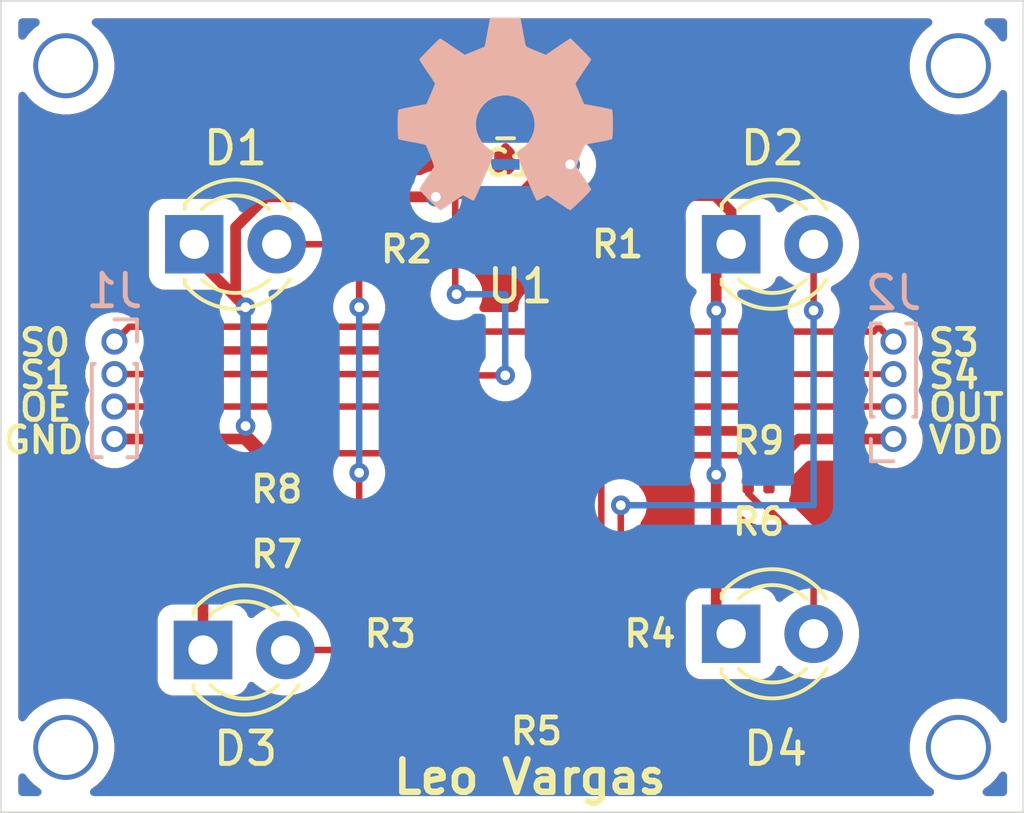
<source format=kicad_pcb>
(kicad_pcb (version 20241229) (generator "pcbnew") (generator_version "9.0")
  (title_block (title "Sensor TCS3200-PCB") (date "30/04/2025") (rev "Ing. Alan C.") (company "Leonardo Vargas Condori"))
  (layers (0 "F.Cu" signal) (2 "B.Cu" signal) (13 "F.Paste" user) (15 "B.Paste" user) (5 "F.SilkS" user "F.Silkscreen") (7 "B.SilkS" user "B.Silkscreen") (1 "F.Mask" user) (3 "B.Mask" user) (25 "Edge.Cuts" user))
  (net 0 "")
  (net 1 "GND")
  (net 2 "Net-(J2-Pin_1)")
  (net 3 "Net-(D1-A)")
  (net 4 "Net-(D2-A)")
  (net 5 "Net-(D3-A)")
  (net 6 "Net-(D4-A)")
  (net 7 "Net-(J1-Pin_1)")
  (net 8 "Net-(J1-Pin_3)")
  (net 9 "Net-(J1-Pin_2)")
  (net 10 "Net-(J2-Pin_2)")
  (net 11 "Net-(J2-Pin_4)")
  (net 12 "Net-(J2-Pin_3)")
  (net 13 "Net-(U1-GND)")
  (net 14 "Net-(U1-OUT)")
  (footprint "TCS3200D:SOIC8" (layer "F.Cu") (at 147.36 100.055)
    (property "Reference" "U1" (at 0.1 -3.30314 0) (layer "F.SilkS") (effects (font (size 1.000346 1.000346))))
    (property "Value" "TCS3200D")
    (pad "1" smd rect (at -2.6 -1.905) (size 2.2 0.6) (layers "F.Cu" "F.Mask" "F.Paste") (net 7 "Net-(J1-Pin_1)"))
    (pad "2" smd rect (at -2.6 -0.635) (size 2.2 0.6) (layers "F.Cu" "F.Mask" "F.Paste") (net 9 "Net-(J1-Pin_2)"))
    (pad "3" smd rect (at -2.6 0.635) (size 2.2 0.6) (layers "F.Cu" "F.Mask" "F.Paste") (net 8 "Net-(J1-Pin_3)"))
    (pad "4" smd rect (at -2.6 1.905) (size 2.2 0.6) (layers "F.Cu" "F.Mask" "F.Paste") (net 13 "Net-(U1-GND)"))
    (pad "5" smd rect (at 2.6 1.905) (size 2.2 0.6) (layers "F.Cu" "F.Mask" "F.Paste") (net 2 "Net-(J2-Pin_1)"))
    (pad "6" smd rect (at 2.6 0.635) (size 2.2 0.6) (layers "F.Cu" "F.Mask" "F.Paste") (net 14 "Net-(U1-OUT)"))
    (pad "7" smd rect (at 2.6 -0.635) (size 2.2 0.6) (layers "F.Cu" "F.Mask" "F.Paste") (net 12 "Net-(J2-Pin_3)"))
    (pad "8" smd rect (at 2.6 -1.905) (size 2.2 0.6) (layers "F.Cu" "F.Mask" "F.Paste") (net 11 "Net-(J2-Pin_4)"))
  )
  (footprint "Resistor_SMD:R_0201_0603Metric" (layer "F.Cu") (at 148.96 95.46 90)
    (property "Reference" "R1" (at 0 1.5 180) (layer "F.SilkS") (effects (font (size 0.8 0.8))))
    (property "Value" "10k")
    (pad "1" smd roundrect (at -0.32 0 90) (size 0.35 0.35) (layers "F.Cu" "F.Mask") (net 2 "Net-(J2-Pin_1)"))
    (pad "2" smd roundrect (at 0.32 0 90) (size 0.35 0.35) (layers "F.Cu" "F.Mask") (net 7 "Net-(J1-Pin_1)"))
  )
  (footprint "Resistor_SMD:R_0201_0603Metric" (layer "F.Cu") (at 149.805 107.46)
    (property "Reference" "R4" (at 1.655 0 0) (layer "F.SilkS") (effects (font (size 0.8 0.8))))
    (property "Value" "330")
    (pad "1" smd roundrect (at -0.32 0) (size 0.3 0.3) (layers "F.Cu" "F.Mask") (net 2 "Net-(J2-Pin_1)"))
    (pad "2" smd roundrect (at 0.32 0) (size 0.3 0.3) (layers "F.Cu" "F.Mask") (net 4 "Net-(D2-A)"))
  )
  (footprint "Resistor_SMD:R_0201_0603Metric" (layer "F.Cu") (at 145.46 95.615 -90)
    (property "Reference" "R2" (at 0 1.5 180) (layer "F.SilkS") (effects (font (size 0.8 0.8))))
    (property "Value" "10k")
    (pad "1" smd roundrect (at -0.32 0 270) (size 0.35 0.35) (layers "F.Cu" "F.Mask") (net 2 "Net-(J2-Pin_1)"))
    (pad "2" smd roundrect (at 0.32 0 270) (size 0.35 0.35) (layers "F.Cu" "F.Mask") (net 9 "Net-(J1-Pin_2)"))
  )
  (footprint "LED_THT:LED_D3.0mm_Clear" (layer "F.Cu") (at 137.42 95.46)
    (property "Reference" "D1" (at 1.27 -2.96 0) (layer "F.SilkS"))
    (property "Value" "D")
    (fp_line (start -0.29 -1.236) (end -0.29 -1.08) (stroke (width 0.12)) (layer "F.SilkS"))
    (fp_line (start -0.29 1.08) (end -0.29 1.236) (stroke (width 0.12)) (layer "F.SilkS"))
    (fp_arc (start -0.29 -1.235516) (mid 1.365624 -1.987701) (end 2.941397 -1.080061) (stroke (width 0.12)) (layer "F.SilkS"))
    (fp_arc (start 0.229039 -1.08) (mid 1.269964 -1.5) (end 2.31091 -1.080049) (stroke (width 0.12)) (layer "F.SilkS"))
    (fp_arc (start 2.31091 1.080049) (mid 1.269964 1.5) (end 0.229039 1.08) (stroke (width 0.12)) (layer "F.SilkS"))
    (fp_arc (start 2.941397 1.080061) (mid 1.365624 1.987701) (end -0.29 1.235516) (stroke (width 0.12)) (layer "F.SilkS"))
    (pad "1" thru_hole rect (at 0 0) (size 1.8 1.8) (drill 0.9) (layers "*.Cu" "*.Mask") (net 1 "GND"))
    (pad "2" thru_hole circle (at 2.54 0) (size 1.8 1.8) (drill 0.9) (layers "*.Cu" "*.Mask") (net 3 "Net-(D1-A)"))
  )
  (footprint "Resistor_SMD:R_0201_0603Metric" (layer "F.Cu") (at 154.805 100.46 180)
    (property "Reference" "R9" (at 0 -1.05 0) (layer "F.SilkS") (effects (font (size 0.8 0.8))))
    (property "Value" "1k")
    (pad "1" smd roundrect (at -0.32 0 180) (size 0.35 0.35) (layers "F.Cu" "F.Mask") (net 10 "Net-(J2-Pin_2)"))
    (pad "2" smd roundrect (at 0.32 0 180) (size 0.35 0.35) (layers "F.Cu" "F.Mask") (net 14 "Net-(U1-OUT)"))
  )
  (footprint "Resistor_SMD:R_0201_0603Metric" (layer "F.Cu") (at 139.96 101.96 180)
    (property "Reference" "R8" (at 0 -1.05 0) (layer "F.SilkS") (effects (font (size 0.8 0.8))))
    (property "Value" "0")
    (pad "1" smd roundrect (at -0.32 0 180) (size 0.35 0.35) (layers "F.Cu" "F.Mask") (net 13 "Net-(U1-GND)"))
    (pad "2" smd roundrect (at 0.32 0 180) (size 0.35 0.35) (layers "F.Cu" "F.Mask") (net 1 "GND"))
  )
  (footprint "Capacitor_SMD:C_0201_0603Metric" (layer "F.Cu") (at 147.115 93.96)
    (property "Reference" "C1" (at 0 -1 0) (layer "F.SilkS") (effects (font (size 0.8 0.8))))
    (property "Value" "100nF")
    (pad "1" smd roundrect (at -0.32 0) (size 0.35 0.35) (layers "F.Cu" "F.Mask") (net 2 "Net-(J2-Pin_1)"))
    (pad "2" smd roundrect (at 0.32 0) (size 0.35 0.35) (layers "F.Cu" "F.Mask") (net 1 "GND"))
  )
  (footprint "Resistor_SMD:R_0201_0603Metric" (layer "F.Cu") (at 154.805 102.96 180)
    (property "Reference" "R6" (at 0 -1.05 0) (layer "F.SilkS") (effects (font (size 0.8 0.8))))
    (property "Value" "330")
    (pad "1" smd roundrect (at -0.32 0 180) (size 0.35 0.35) (layers "F.Cu" "F.Mask") (net 2 "Net-(J2-Pin_1)"))
    (pad "2" smd roundrect (at 0.32 0 180) (size 0.35 0.35) (layers "F.Cu" "F.Mask") (net 6 "Net-(D4-A)"))
  )
  (footprint "Resistor_SMD:R_0201_0603Metric" (layer "F.Cu") (at 139.96 103.96 180)
    (property "Reference" "R7" (at 0 -1.05 0) (layer "F.SilkS") (effects (font (size 0.8 0.8))))
    (property "Value" "0")
    (pad "1" smd roundrect (at -0.32 0 180) (size 0.35 0.35) (layers "F.Cu" "F.Mask") (net 1 "GND"))
    (pad "2" smd roundrect (at 0.32 0 180) (size 0.35 0.35) (layers "F.Cu" "F.Mask") (net 1 "GND"))
  )
  (footprint "LED_THT:LED_D3.0mm_Clear" (layer "F.Cu") (at 153.96 95.46)
    (property "Reference" "D2" (at 1.27 -2.96 0) (layer "F.SilkS"))
    (property "Value" "D")
    (fp_line (start -0.29 -1.236) (end -0.29 -1.08) (stroke (width 0.12)) (layer "F.SilkS"))
    (fp_line (start -0.29 1.08) (end -0.29 1.236) (stroke (width 0.12)) (layer "F.SilkS"))
    (fp_arc (start -0.29 -1.235516) (mid 1.365624 -1.987701) (end 2.941397 -1.080061) (stroke (width 0.12)) (layer "F.SilkS"))
    (fp_arc (start 0.229039 -1.08) (mid 1.269964 -1.5) (end 2.31091 -1.080049) (stroke (width 0.12)) (layer "F.SilkS"))
    (fp_arc (start 2.31091 1.080049) (mid 1.269964 1.5) (end 0.229039 1.08) (stroke (width 0.12)) (layer "F.SilkS"))
    (fp_arc (start 2.941397 1.080061) (mid 1.365624 1.987701) (end -0.29 1.235516) (stroke (width 0.12)) (layer "F.SilkS"))
    (pad "1" thru_hole rect (at 0 0) (size 1.8 1.8) (drill 0.9) (layers "*.Cu" "*.Mask") (net 1 "GND"))
    (pad "2" thru_hole circle (at 2.54 0) (size 1.8 1.8) (drill 0.9) (layers "*.Cu" "*.Mask") (net 4 "Net-(D2-A)"))
  )
  (footprint "Capacitor_SMD:C_0805_2012Metric" (layer "F.Cu") (at 147.01 91.46)
    (property "Reference" "C2" (at 0 -1.68 0) (layer "F.SilkS") (effects (font (size 0.8 0.8))))
    (property "Value" "10uF")
    (fp_line (start -0.261252 -0.735) (end 0.261252 -0.735) (stroke (width 0.12)) (layer "F.SilkS"))
    (fp_line (start -0.261252 0.735) (end 0.261252 0.735) (stroke (width 0.12)) (layer "F.SilkS"))
    (pad "1" smd roundrect (at -0.95 0) (size 1 1.45) (layers "F.Cu" "F.Mask" "F.Paste") (net 2 "Net-(J2-Pin_1)"))
    (pad "2" smd roundrect (at 0.95 0) (size 1 1.45) (layers "F.Cu" "F.Mask" "F.Paste") (net 1 "GND"))
  )
  (footprint "Resistor_SMD:R_0201_0603Metric" (layer "F.Cu") (at 147.96 108.96 180)
    (property "Reference" "R5" (at 0 -1.5 0) (layer "F.SilkS") (effects (font (size 0.8 0.8))))
    (property "Value" "330")
    (pad "1" smd roundrect (at -0.32 0 180) (size 0.35 0.35) (layers "F.Cu" "F.Mask") (net 2 "Net-(J2-Pin_1)"))
    (pad "2" smd roundrect (at 0.32 0 180) (size 0.35 0.35) (layers "F.Cu" "F.Mask") (net 5 "Net-(D3-A)"))
  )
  (footprint "Resistor_SMD:R_0201_0603Metric" (layer "F.Cu") (at 145.115 107.46)
    (property "Reference" "R3" (at -1.655 0 0) (layer "F.SilkS") (effects (font (size 0.8 0.8))))
    (property "Value" "330")
    (pad "1" smd roundrect (at -0.32 0) (size 0.35 0.35) (layers "F.Cu" "F.Mask") (net 2 "Net-(J2-Pin_1)"))
    (pad "2" smd roundrect (at 0.32 0) (size 0.35 0.35) (layers "F.Cu" "F.Mask") (net 3 "Net-(D1-A)"))
  )
  (footprint "LED_THT:LED_D3.0mm_Clear" (layer "F.Cu") (at 153.96 107.46)
    (property "Reference" "D4" (at 1.365624 3.54 0) (layer "F.SilkS"))
    (property "Value" "D")
    (fp_line (start -0.29 -1.236) (end -0.29 -1.08) (stroke (width 0.12)) (layer "F.SilkS"))
    (fp_line (start -0.29 1.08) (end -0.29 1.236) (stroke (width 0.12)) (layer "F.SilkS"))
    (fp_arc (start -0.29 -1.235516) (mid 1.365624 -1.987701) (end 2.941397 -1.080061) (stroke (width 0.12)) (layer "F.SilkS"))
    (fp_arc (start 0.229039 -1.08) (mid 1.269964 -1.5) (end 2.31091 -1.080049) (stroke (width 0.12)) (layer "F.SilkS"))
    (fp_arc (start 2.31091 1.080049) (mid 1.269964 1.5) (end 0.229039 1.08) (stroke (width 0.12)) (layer "F.SilkS"))
    (fp_arc (start 2.941397 1.080061) (mid 1.365624 1.987701) (end -0.29 1.235516) (stroke (width 0.12)) (layer "F.SilkS"))
    (pad "1" thru_hole rect (at 0 0) (size 1.8 1.8) (drill 0.9) (layers "*.Cu" "*.Mask") (net 1 "GND"))
    (pad "2" thru_hole circle (at 2.54 0) (size 1.8 1.8) (drill 0.9) (layers "*.Cu" "*.Mask") (net 6 "Net-(D4-A)"))
  )
  (footprint "LED_THT:LED_D3.0mm_Clear" (layer "F.Cu") (at 137.69 107.96)
    (property "Reference" "D3" (at 1.31 3.04 0) (layer "F.SilkS"))
    (property "Value" "D")
    (fp_line (start -0.29 -1.236) (end -0.29 -1.08) (stroke (width 0.12)) (layer "F.SilkS"))
    (fp_line (start -0.29 1.08) (end -0.29 1.236) (stroke (width 0.12)) (layer "F.SilkS"))
    (fp_arc (start -0.29 -1.235516) (mid 1.365624 -1.987701) (end 2.941397 -1.080061) (stroke (width 0.12)) (layer "F.SilkS"))
    (fp_arc (start 0.229039 -1.08) (mid 1.269964 -1.5) (end 2.31091 -1.080049) (stroke (width 0.12)) (layer "F.SilkS"))
    (fp_arc (start 2.31091 1.080049) (mid 1.269964 1.5) (end 0.229039 1.08) (stroke (width 0.12)) (layer "F.SilkS"))
    (fp_arc (start 2.941397 1.080061) (mid 1.365624 1.987701) (end -0.29 1.235516) (stroke (width 0.12)) (layer "F.SilkS"))
    (pad "1" thru_hole rect (at 0 0) (size 1.8 1.8) (drill 0.9) (layers "*.Cu" "*.Mask") (net 1 "GND"))
    (pad "2" thru_hole circle (at 2.54 0) (size 1.8 1.8) (drill 0.9) (layers "*.Cu" "*.Mask") (net 5 "Net-(D3-A)"))
  )
  (footprint "Symbol:OSHW-Symbol_6.7x6mm_SilkScreen" (layer "B.Cu") (at 147.01 91.46 180)
    (property "Reference" "REF**" (hide yes))
    (property "Value" "OSHW-Symbol_6.7x6mm_SilkScreen" (hide yes))
    (fp_poly (pts (xy 0.555814 2.531069) (xy 0.639635 2.086445) (xy 0.94892 1.958947) (xy 1.258206 1.831449) (xy 1.629246 2.083754) (xy 1.733157 2.154004) (xy 1.827087 2.216728) (xy 1.906652 2.269062) (xy 1.96747 2.308143) (xy 2.005157 2.331107) (xy 2.015421 2.336058) (xy 2.03391 2.323324) (xy 2.07342 2.288118) (xy 2.129522 2.234938) (xy 2.197787 2.168282) (xy 2.273786 2.092646) (xy 2.353092 2.012528) (xy 2.431275 1.932426) (xy 2.503907 1.856836) (xy 2.566559 1.790255) (xy 2.614803 1.737182) (xy 2.64421 1.702113) (xy 2.651241 1.690377) (xy 2.641123 1.66874) (xy 2.612759 1.621338) (xy 2.569129 1.552807) (xy 2.513218 1.467785) (xy 2.448006 1.370907) (xy 2.410219 1.31565) (xy 2.341343 1.214752) (xy 2.28014 1.123701) (xy 2.229578 1.04703) (xy 2.192628 0.989272) (xy 2.172258 0.954957) (xy 2.169197 0.947746) (xy 2.176136 0.927252) (xy 2.195051 0.879487) (xy 2.223087 0.811168) (xy 2.257391 0.729011) (xy 2.295109 0.63973) (xy 2.333387 0.550042) (xy 2.36937 0.466662) (xy 2.400206 0.396306) (xy 2.423039 0.34569) (xy 2.435017 0.321529) (xy 2.435724 0.320578) (xy 2.454531 0.315964) (xy 2.504618 0.305672) (xy 2.580793 0.290713) (xy 2.677865 0.272099) (xy 2.790643 0.250841) (xy 2.856442 0.238582) (xy 2.97695 0.215638) (xy 3.085797 0.193805) (xy 3.177476 0.174278) (xy 3.246481 0.158252) (xy 3.287304 0.146921) (xy 3.295511 0.143326) (xy 3.303548 0.118994) (xy 3.310033 0.064041) (xy 3.31497 -0.015108) (xy 3.318364 -0.112026) (xy 3.320218 -0.220287) (xy 3.320538 -0.333465) (xy 3.319327 -0.445135) (xy 3.31659 -0.548868) (xy 3.312331 -0.638241) (xy 3.306555 -0.706826) (xy 3.299267 -0.748197) (xy 3.294895 -0.75681) (xy 3.268764 -0.767133) (xy 3.213393 -0.781892) (xy 3.136107 -0.799352) (xy 3.04423 -0.81778) (xy 3.012158 -0.823741) (xy 2.857524 -0.852066) (xy 2.735375 -0.874876) (xy 2.641673 -0.89308) (xy 2.572384 -0.907583) (xy 2.523471 -0.919292) (xy 2.490897 -0.929115) (xy 2.470628 -0.937956) (xy 2.458626 -0.946724) (xy 2.456947 -0.948457) (xy 2.440184 -0.976371) (xy 2.414614 -1.030695) (xy 2.382788 -1.104777) (xy 2.34726 -1.191965) (xy 2.310583 -1.285608) (xy 2.275311 -1.379052) (xy 2.243996 -1.465647) (xy 2.219193 -1.53874) (xy 2.203454 -1.591678) (xy 2.199332 -1.617811) (xy 2.199676 -1.618726) (xy 2.213641 -1.640086) (xy 2.245322 -1.687084) (xy 2.291391 -1.754827) (xy 2.348518 -1.838423) (xy 2.413373 -1.932982) (xy 2.431843 -1.959854) (xy 2.497699 -2.057275) (xy 2.55565 -2.146163) (xy 2.602538 -2.221412) (xy 2.635207 -2.27792) (xy 2.6505 -2.310581) (xy 2.651241 -2.314593) (xy 2.638392 -2.335684) (xy 2.602888 -2.377464) (xy 2.549293 -2.435445) (xy 2.482171 -2.505135) (xy 2.406087 -2.582045) (xy 2.325604 -2.661683) (xy 2.245287 -2.739561) (xy 2.169699 -2.811186) (xy 2.103405 -2.87207) (xy 2.050969 -2.917721) (xy 2.016955 -2.94365) (xy 2.007545 -2.947883) (xy 1.985643 -2.937912) (xy 1.9408 -2.91102) (xy 1.880321 -2.871736) (xy 1.833789 -2.840117) (xy 1.749475 -2.782098) (xy 1.649626 -2.713784) (xy 1.549473 -2.645579) (xy 1.495627 -2.609075) (xy 1.313371 -2.4858) (xy 1.160381 -2.56852) (xy 1.090682 -2.604759) (xy 1.031414 -2.632926) (xy 0.991311 -2.648991) (xy 0.981103 -2.651226) (xy 0.968829 -2.634722) (xy 0.944613 -2.588082) (xy 0.910263 -2.515609) (xy 0.867588 -2.421606) (xy 0.818394 -2.310374) (xy 0.76449 -2.186215) (xy 0.707684 -2.053432) (xy 0.649782 -1.916327) (xy 0.592593 -1.779202) (xy 0.537924 -1.646358) (xy 0.487584 -1.522098) (xy 0.44338 -1.410725) (xy 0.407119 -1.316539) (xy 0.380609 -1.243844) (xy 0.365658 -1.196941) (xy 0.363254 -1.180833) (xy 0.382311 -1.160286) (xy 0.424036 -1.126933) (xy 0.479706 -1.087702) (xy 0.484378 -1.084599) (xy 0.628264 -0.969423) (xy 0.744283 -0.835053) (xy 0.83143 -0.685784) (xy 0.888699 -0.525913) (xy 0.915086 -0.359737) (xy 0.909585 -0.191552) (xy 0.87119 -0.025655) (xy 0.798895 0.133658) (xy 0.777626 0.168513) (xy 0.666996 0.309263) (xy 0.536302 0.422286) (xy 0.390064 0.506997) (xy 0.232808 0.562806) (xy 0.069057 0.589126) (xy -0.096667 0.58537) (xy -0.259838 0.55095) (xy -0.415935 0.485277) (xy -0.560433 0.387765) (xy -0.605131 0.348187) (xy -0.718888 0.224297) (xy -0.801782 0.093876) (xy -0.858644 -0.052315) (xy -0.890313 -0.197088) (xy -0.898131 -0.35986) (xy -0.872062 -0.52344) (xy -0.814755 -0.682298) (xy -0.728856 -0.830906) (xy -0.617014 -0.963735) (xy -0.481877 -1.075256) (xy -0.464117 -1.087011) (xy -0.40785 -1.125508) (xy -0.365077 -1.158863) (xy -0.344628 -1.18016) (xy -0.344331 -1.180833) (xy -0.348721 -1.203871) (xy -0.366124 -1.256157) (xy -0.394732 -1.33339) (xy -0.432735 -1.431268) (xy -0.478326 -1.545491) (xy -0.529697 -1.671758) (xy -0.585038 -1.805767) (xy -0.642542 -1.943218) (xy -0.700399 -2.079808) (xy -0.756802 -2.211237) (xy -0.809942 -2.333205) (xy -0.85801 -2.441409) (xy -0.899199 -2.531549) (xy -0.931699 -2.599323) (xy -0.953703 -2.64043) (xy -0.962564 -2.651226) (xy -0.98964 -2.642819) (xy -1.040303 -2.620272) (xy -1.105817 -2.587613) (xy -1.141841 -2.56852) (xy -1.294832 -2.4858) (xy -1.477088 -2.609075) (xy -1.570125 -2.672228) (xy -1.671985 -2.741727) (xy -1.767438 -2.807165) (xy -1.81525 -2.840117) (xy -1.882495 -2.885273) (xy -1.939436 -2.921057) (xy -1.978646 -2.942938) (xy -1.991381 -2.947563) (xy -2.009917 -2.935085) (xy -2.050941 -2.900252) (xy -2.110475 -2.846678) (xy -2.184542 -2.777983) (xy -2.269165 -2.697781) (xy -2.322685 -2.646286) (xy -2.416319 -2.554286) (xy -2.497241 -2.471999) (xy -2.562177 -2.402945) (xy -2.607858 -2.350644) (xy -2.631011 -2.318616) (xy -2.633232 -2.312116) (xy -2.622924 -2.287394) (xy -2.594439 -2.237405) (xy -2.550937 -2.167212) (xy -2.495577 -2.081875) (xy -2.43152 -1.986456) (xy -2.413303 -1.959854) (xy -2.346927 -1.863167) (xy -2.287378 -1.776117) (xy -2.237984 -1.703595) (xy -2.202075 -1.650493) (xy -2.182981 -1.621703) (xy -2.181136 -1.618726) (xy -2.183895 -1.595782) (xy -2.198538 -1.545336) (xy -2.222513 -1.474041) (xy -2.253266 -1.388547) (xy -2.288244 -1.295507) (xy -2.324893 -1.201574) (xy -2.360661 -1.113399) (xy -2.392994 -1.037634) (xy -2.419338 -0.980931) (xy -2.437142 -0.949943) (xy -2.438407 -0.948457) (xy -2.449294 -0.939601) (xy -2.467682 -0.930843) (xy -2.497606 -0.921277) (xy -2.543103 -0.909996) (xy -2.608209 -0.896093) (xy -2.696961 -0.878663) (xy -2.813393 -0.856798) (xy -2.961542 -0.829591) (xy -2.993618 -0.823741) (xy -3.088686 -0.805374) (xy -3.171565 -0.787405) (xy -3.23493 -0.771569) (xy -3.271458 -0.7596) (xy -3.276356 -0.75681) (xy -3.284427 -0.732072) (xy -3.290987 -0.67679) (xy -3.296033 -0.597389) (xy -3.299559 -0.500296) (xy -3.301561 -0.391938) (xy -3.302036 -0.27874) (xy -3.300977 -0.167128) (xy -3.298382 -0.063529) (xy -3.294246 0.025632) (xy -3.288563 0.093928) (xy -3.281331 0.134934) (xy -3.276971 0.143326) (xy -3.252698 0.151792) (xy -3.197426 0.165565) (xy -3.116662 0.18345) (xy -3.015912 0.204252) (xy -2.900683 0.226777) (xy -2.837902 0.238582) (xy -2.718787 0.260849) (xy -2.612565 0.281021) (xy -2.524427 0.298085) (xy -2.459566 0.311031) (xy -2.423174 0.318845) (xy -2.417184 0.320578) (xy -2.407061 0.34011) (xy -2.385662 0.387157) (xy -2.355839 0.454997) (xy -2.320445 0.536909) (xy -2.282332 0.626172) (xy -2.244353 0.716065) (xy -2.20936 0.799865) (xy -2.180206 0.870853) (xy -2.159743 0.922306) (xy -2.150823 0.947503) (xy -2.150657 0.948604) (xy -2.160769 0.968481) (xy -2.189117 1.014223) (xy -2.232723 1.081283) (xy -2.288606 1.165116) (xy -2.353787 1.261174) (xy -2.391679 1.31635) (xy -2.460725 1.417519) (xy -2.52205 1.50937) (xy -2.572663 1.587256) (xy -2.609571 1.646531) (xy -2.629782 1.682549) (xy -2.632701 1.690623) (xy -2.620153 1.709416) (xy -2.585463 1.749543) (xy -2.533063 1.806507) (xy -2.467384 1.875815) (xy -2.392856 1.952969) (xy -2.313913 2.033475) (xy -2.234983 2.112837) (xy -2.1605 2.18656) (xy -2.094894 2.250148) (xy -2.042596 2.299106) (xy -2.008039 2.328939) (xy -1.996478 2.336058) (xy -1.977654 2.326047) (xy -1.932631 2.297922) (xy -1.865787 2.254546) (xy -1.781499 2.198782) (xy -1.684144 2.133494) (xy -1.610707 2.083754) (xy -1.239667 1.831449) (xy -0.621095 2.086445) (xy -0.537275 2.531069) (xy -0.453454 2.975693) (xy 0.471994 2.975693) (xy 0.555814 2.531069)) (stroke (width 0.01)) (fill yes) (layer "B.SilkS"))
  )
  (footprint "Connector_PinHeader_1.00mm:PinHeader_1x04_P1.00mm_Vertical" (layer "B.Cu") (at 158.96 101.46)
    (property "Reference" "J2" (at 0 -4.5 0) (layer "B.SilkS") (effects (justify mirror)))
    (property "Value" "Conn_01x04_Pin" (hide yes))
    (fp_line (start -0.695 -3.56) (end -0.394493 -3.56) (stroke (width 0.12)) (layer "B.SilkS"))
    (fp_line (start -0.695 -0.685) (end -0.695 -3.56) (stroke (width 0.12)) (layer "B.SilkS"))
    (fp_line (start -0.695 -0.685) (end -0.608276 -0.685) (stroke (width 0.12)) (layer "B.SilkS"))
    (fp_line (start -0.695 0) (end -0.695 0.685) (stroke (width 0.12)) (layer "B.SilkS"))
    (fp_line (start -0.695 0.685) (end 0 0.685) (stroke (width 0.12)) (layer "B.SilkS"))
    (fp_line (start 0.394493 -3.56) (end 0.695 -3.56) (stroke (width 0.12)) (layer "B.SilkS"))
    (fp_line (start 0.608276 -0.685) (end 0.695 -0.685) (stroke (width 0.12)) (layer "B.SilkS"))
    (fp_line (start 0.695 -0.685) (end 0.695 -3.56) (stroke (width 0.12)) (layer "B.SilkS"))
    (pad "1" thru_hole circle (at 0 0) (size 0.8 0.8) (drill 0.5) (layers "*.Cu" "*.Mask") (net 2 "Net-(J2-Pin_1)"))
    (pad "2" thru_hole circle (at 0 -1) (size 0.8 0.8) (drill 0.5) (layers "*.Cu" "*.Mask") (net 10 "Net-(J2-Pin_2)"))
    (pad "3" thru_hole circle (at 0 -2) (size 0.8 0.8) (drill 0.5) (layers "*.Cu" "*.Mask") (net 12 "Net-(J2-Pin_3)"))
    (pad "4" thru_hole circle (at 0 -3) (size 0.8 0.8) (drill 0.5) (layers "*.Cu" "*.Mask") (net 11 "Net-(J2-Pin_4)"))
  )
  (footprint "Connector_PinHeader_1.00mm:PinHeader_1x04_P1.00mm_Vertical" (layer "B.Cu") (at 134.96 98.46 180)
    (property "Reference" "J1" (at 0 1.56 0) (layer "B.SilkS") (effects (justify mirror)))
    (property "Value" "Conn_01x04_Pin" (hide yes))
    (fp_line (start 0.695 -0.685) (end 0.695 -3.56) (stroke (width 0.12)) (layer "B.SilkS"))
    (fp_line (start 0.608276 -0.685) (end 0.695 -0.685) (stroke (width 0.12)) (layer "B.SilkS"))
    (fp_line (start 0.394493 -3.56) (end 0.695 -3.56) (stroke (width 0.12)) (layer "B.SilkS"))
    (fp_line (start -0.695 0.685) (end 0 0.685) (stroke (width 0.12)) (layer "B.SilkS"))
    (fp_line (start -0.695 0) (end -0.695 0.685) (stroke (width 0.12)) (layer "B.SilkS"))
    (fp_line (start -0.695 -0.685) (end -0.608276 -0.685) (stroke (width 0.12)) (layer "B.SilkS"))
    (fp_line (start -0.695 -0.685) (end -0.695 -3.56) (stroke (width 0.12)) (layer "B.SilkS"))
    (fp_line (start -0.695 -3.56) (end -0.394493 -3.56) (stroke (width 0.12)) (layer "B.SilkS"))
    (pad "1" thru_hole circle (at 0 0 180) (size 0.8 0.8) (drill 0.5) (layers "*.Cu" "*.Mask") (net 7 "Net-(J1-Pin_1)"))
    (pad "2" thru_hole circle (at 0 -1 180) (size 0.8 0.8) (drill 0.5) (layers "*.Cu" "*.Mask") (net 9 "Net-(J1-Pin_2)"))
    (pad "3" thru_hole circle (at 0 -2 180) (size 0.8 0.8) (drill 0.5) (layers "*.Cu" "*.Mask") (net 8 "Net-(J1-Pin_3)"))
    (pad "4" thru_hole circle (at 0 -3 180) (size 0.8 0.8) (drill 0.5) (layers "*.Cu" "*.Mask") (net 1 "GND"))
  )
  (gr_rect (start 131.46 87.96) (end 162.96 112.96) (stroke (width 0.05)) (fill no) (layer "Edge.Cuts"))
  (gr_text "GND" (at 131.46 101.96 0) (layer "F.SilkS") (effects (font (size 0.8 0.8) (thickness 0.15) (bold yes)) (justify left bottom)))
  (gr_text "S4" (at 159.96 99.96 0) (layer "F.SilkS") (effects (font (size 0.8 0.8) (thickness 0.15) (bold yes)) (justify left bottom)))
  (gr_text "OE" (at 131.96 100.96 0) (layer "F.SilkS") (effects (font (size 0.8 0.8) (thickness 0.15) (bold yes)) (justify left bottom)))
  (gr_text "Leo Vargas" (at 143.46 112.46 0) (layer "F.SilkS") (effects (font (size 1 1) (thickness 0.2) (bold yes)) (justify left bottom)))
  (gr_text "S0\n" (at 131.96 98.96 0) (layer "F.SilkS") (effects (font (size 0.8 0.8) (thickness 0.15) (bold yes)) (justify left bottom)))
  (gr_text "S1" (at 131.96 99.96 0) (layer "F.SilkS") (effects (font (size 0.8 0.8) (thickness 0.15) (bold yes)) (justify left bottom)))
  (gr_text "S3" (at 159.96 98.96 0) (layer "F.SilkS") (effects (font (size 0.8 0.8) (thickness 0.15) (bold yes)) (justify left bottom)))
  (gr_text "OUT" (at 159.96 100.96 0) (layer "F.SilkS") (effects (font (size 0.8 0.8) (thickness 0.15) (bold yes)) (justify left bottom)))
  (gr_text "VDD" (at 159.96 101.96 0) (layer "F.SilkS") (effects (font (size 0.8 0.8) (thickness 0.15) (bold yes)) (justify left bottom)))
  (via (at 133.46 110.96) (size 2) (drill 1.7) (layers "F.Cu" "B.Cu") (net 0))
  (via (at 160.96 110.96) (size 2) (drill 1.7) (layers "F.Cu" "B.Cu") (net 0))
  (via (at 160.96 89.96) (size 2) (drill 1.7) (layers "F.Cu" "B.Cu") (net 0))
  (via (at 133.46 89.96) (size 2) (drill 1.7) (layers "F.Cu" "B.Cu") (net 0))
  (segment (start 138.694 94.935605) (end 139.630803 93.998802) (width 0.33) (layer "F.Cu") (net 1))
  (segment (start 153.96 94.46) (end 153.46 93.96) (width 0.33) (layer "F.Cu") (net 1))
  (segment (start 149 93) (end 149 93.96) (width 0.33) (layer "F.Cu") (net 1))
  (segment (start 139 97.4) (end 138.694 97.094) (width 0.33) (layer "F.Cu") (net 1))
  (segment (start 139.64 103.96) (end 139.04 103.96) (width 0.33) (layer "F.Cu") (net 1))
  (segment (start 139 101.32) (end 139.64 101.96) (width 0.33) (layer "F.Cu") (net 1))
  (segment (start 153.96 95.46) (end 153.96 94.96) (width 0.4) (layer "F.Cu") (net 1))
  (segment (start 153.5 97.5) (end 153.5 95.92) (width 0.33) (layer "F.Cu") (net 1))
  (segment (start 153.5 107) (end 153.5 102.56) (width 0.33) (layer "F.Cu") (net 1))
  (segment (start 147.96 93.435) (end 147.435 93.96) (width 0.33) (layer "F.Cu") (net 1))
  (segment (start 138.96 101.46) (end 139.46 101.96) (width 0.33) (layer "F.Cu") (net 1))
  (segment (start 137.42 95.46) (end 137.42 95.82) (width 0.33) (layer "F.Cu") (net 1))
  (segment (start 153.5 95.92) (end 153.96 95.46) (width 0.33) (layer "F.Cu") (net 1))
  (segment (start 153.46 93.96) (end 149 93.96) (width 0.33) (layer "F.Cu") (net 1))
  (segment (start 139.64 101.96) (end 139.64 103.96) (width 0.33) (layer "F.Cu") (net 1))
  (segment (start 139.630803 93.998802) (end 144.861416 93.998802) (width 0.33) (layer "F.Cu") (net 1))
  (segment (start 147.96 91.46) (end 147.96 93.435) (width 0.33) (layer "F.Cu") (net 1))
  (segment (start 153.96 95.46) (end 153.96 94.46) (width 0.33) (layer "F.Cu") (net 1))
  (segment (start 139 101.06) (end 139 101.32) (width 0.33) (layer "F.Cu") (net 1))
  (segment (start 137.69 105.31) (end 137.69 107.96) (width 0.33) (layer "F.Cu") (net 1))
  (segment (start 139.04 103.96) (end 137.69 105.31) (width 0.33) (layer "F.Cu") (net 1))
  (segment (start 140.28 103.96) (end 139.64 103.96) (width 0.33) (layer "F.Cu") (net 1))
  (segment (start 134.96 101.46) (end 138.96 101.46) (width 0.33) (layer "F.Cu") (net 1))
  (segment (start 139.46 101.96) (end 139.64 101.96) (width 0.33) (layer "F.Cu") (net 1))
  (segment (start 138.694 97.094) (end 138.694 94.935605) (width 0.33) (layer "F.Cu") (net 1))
  (segment (start 149 93.96) (end 147.435 93.96) (width 0.33) (layer "F.Cu") (net 1))
  (segment (start 137.42 95.82) (end 139 97.4) (width 0.33) (layer "F.Cu") (net 1))
  (segment (start 153.96 107.46) (end 153.5 107) (width 0.33) (layer "F.Cu") (net 1))
  (segment (start 137.69 107.96) (end 137.69 107.23) (width 0.4) (layer "F.Cu") (net 1))
  (via (at 153.5 102.56) (size 0.6) (drill 0.3) (layers "F.Cu" "B.Cu") (net 1))
  (via (at 144.861416 93.998802) (size 0.6) (drill 0.3) (layers "F.Cu" "B.Cu") (net 1))
  (via (at 149 93) (size 0.6) (drill 0.3) (layers "F.Cu" "B.Cu") (net 1))
  (via (at 139 101.06) (size 0.6) (drill 0.3) (layers "F.Cu" "B.Cu") (net 1))
  (via (at 153.5 97.5) (size 0.6) (drill 0.3) (layers "F.Cu" "B.Cu") (net 1))
  (via (at 139 97.4) (size 0.6) (drill 0.3) (layers "F.Cu" "B.Cu") (net 1))
  (segment (start 139 97.4) (end 139 101.06) (width 0.33) (layer "B.Cu") (net 1))
  (segment (start 153.5 102.56) (end 153.5 97.5) (width 0.33) (layer "B.Cu") (net 1))
  (segment (start 144.861416 93.998802) (end 144.861416 93.638584) (width 0.33) (layer "B.Cu") (net 1))
  (segment (start 144.861416 93.638584) (end 145.5 93) (width 0.33) (layer "B.Cu") (net 1))
  (segment (start 145.5 93) (end 149 93) (width 0.33) (layer "B.Cu") (net 1))
  (segment (start 149.485 107.015) (end 149.96 106.54) (width 0.2) (layer "F.Cu") (net 2))
  (segment (start 146.795 93.96) (end 146 93.96) (width 0.2) (layer "F.Cu") (net 2))
  (segment (start 155.125 102.375) (end 155.125 102.96) (width 0.33) (layer "F.Cu") (net 2))
  (segment (start 149.96 106.54) (end 149.96 101.96) (width 0.2) (layer "F.Cu") (net 2))
  (segment (start 158.96 101.46) (end 156.04 101.46) (width 0.33) (layer "F.Cu") (net 2))
  (segment (start 147 94.5) (end 146.795 94.295) (width 0.2) (layer "F.Cu") (net 2))
  (segment (start 149.485 108.985) (end 149.485 107.46) (width 0.2) (layer "F.Cu") (net 2))
  (segment (start 145.46 94.04) (end 145.46 95.295) (width 0.2) (layer "F.Cu") (net 2))
  (segment (start 149.96 101.96) (end 148.96 101.96) (width 0.2) (layer "F.Cu") (net 2))
  (segment (start 149.46 108.96) (end 149.485 108.985) (width 0.2) (layer "F.Cu") (net 2))
  (segment (start 148.96 95.78) (end 149.22 95.78) (width 0.2) (layer "F.Cu") (net 2))
  (segment (start 156.04 101.46) (end 155.125 102.375) (width 0.33) (layer "F.Cu") (net 2))
  (segment (start 148.96 97.04) (end 148.96 95.78) (width 0.2) (layer "F.Cu") (net 2))
  (segment (start 147.890848 108.484) (end 146.516 108.484) (width 0.2) (layer "F.Cu") (net 2))
  (segment (start 146.06 93.9) (end 146 93.96) (width 0.2) (layer "F.Cu") (net 2))
  (segment (start 148.96 101.96) (end 148.5 101.5) (width 0.2) (layer "F.Cu") (net 2))
  (segment (start 145.660001 108.5) (end 144.795 107.634999) (width 0.2) (layer "F.Cu") (net 2))
  (segment (start 150 94.5) (end 147 94.5) (width 0.2) (layer "F.Cu") (net 2))
  (segment (start 155.125 102.96) (end 155.125 102.785001) (width 0.2) (layer "F.Cu") (net 2))
  (segment (start 145.54 93.96) (end 145.46 94.04) (width 0.2) (layer "F.Cu") (net 2))
  (segment (start 146.5 108.5) (end 145.660001 108.5) (width 0.2) (layer "F.Cu") (net 2))
  (segment (start 148.28 108.873152) (end 147.890848 108.484) (width 0.2) (layer "F.Cu") (net 2))
  (segment (start 149.22 95.78) (end 150 95) (width 0.2) (layer "F.Cu") (net 2))
  (segment (start 148.5 101.5) (end 148.5 97.5) (width 0.2) (layer "F.Cu") (net 2))
  (segment (start 144.795 107.634999) (end 144.795 107.46) (width 0.2) (layer "F.Cu") (net 2))
  (segment (start 149.485 107.46) (end 149.485 107.015) (width 0.2) (layer "F.Cu") (net 2))
  (segment (start 148.28 108.96) (end 148.28 108.873152) (width 0.2) (layer "F.Cu") (net 2))
  (segment (start 155.125 102.785001) (end 154.299999 101.96) (width 0.2) (layer "F.Cu") (net 2))
  (segment (start 148.5 97.5) (end 148.96 97.04) (width 0.2) (layer "F.Cu") (net 2))
  (segment (start 146.06 91.46) (end 146.06 93.9) (width 0.2) (layer "F.Cu") (net 2))
  (segment (start 148.28 108.96) (end 149.46 108.96) (width 0.2) (layer "F.Cu") (net 2))
  (segment (start 146.795 94.295) (end 146.795 93.96) (width 0.2) (layer "F.Cu") (net 2))
  (segment (start 146.516 108.484) (end 146.5 108.5) (width 0.2) (layer "F.Cu") (net 2))
  (segment (start 154.299999 101.96) (end 149.96 101.96) (width 0.2) (layer "F.Cu") (net 2))
  (segment (start 146 93.96) (end 145.54 93.96) (width 0.2) (layer "F.Cu") (net 2))
  (segment (start 150 95) (end 150 94.5) (width 0.2) (layer "F.Cu") (net 2))
  (segment (start 142.5 97.4) (end 142.5 96.5) (width 0.2) (layer "F.Cu") (net 3))
  (segment (start 142.5 104) (end 145.435 106.935) (width 0.2) (layer "F.Cu") (net 3))
  (segment (start 145.435 106.935) (end 145.435 107.46) (width 0.2) (layer "F.Cu") (net 3))
  (segment (start 142.5 96.5) (end 141.46 95.46) (width 0.2) (layer "F.Cu") (net 3))
  (segment (start 142.5 102.5) (end 142.5 104) (width 0.2) (layer "F.Cu") (net 3))
  (segment (start 141.46 95.46) (end 139.96 95.46) (width 0.2) (layer "F.Cu") (net 3))
  (via (at 142.5 97.4) (size 0.6) (drill 0.3) (layers "F.Cu" "B.Cu") (net 3))
  (via (at 142.5 102.5) (size 0.6) (drill 0.3) (layers "F.Cu" "B.Cu") (net 3))
  (segment (start 142.5 102.5) (end 142.5 97.4) (width 0.2) (layer "B.Cu") (net 3))
  (segment (start 150.56 103.5) (end 150.56 107.025) (width 0.2) (layer "F.Cu") (net 4))
  (segment (start 150.56 107.025) (end 150.125 107.46) (width 0.2) (layer "F.Cu") (net 4))
  (segment (start 156.5 95.46) (end 156.5 97.5) (width 0.2) (layer "F.Cu") (net 4))
  (via (at 150.56 103.5) (size 0.6) (drill 0.3) (layers "F.Cu" "B.Cu") (net 4))
  (via (at 156.5 97.5) (size 0.6) (drill 0.3) (layers "F.Cu" "B.Cu") (net 4))
  (segment (start 156.96 95.92) (end 156.5 95.46) (width 0.2) (layer "B.Cu") (net 4))
  (segment (start 156.5 97.5) (end 156.5 103.5) (width 0.2) (layer "B.Cu") (net 4))
  (segment (start 156.5 103.5) (end 150.56 103.5) (width 0.2) (layer "B.Cu") (net 4))
  (segment (start 145.46 108.96) (end 144.46 107.96) (width 0.2) (layer "F.Cu") (net 5))
  (segment (start 147.64 108.96) (end 145.46 108.96) (width 0.2) (layer "F.Cu") (net 5))
  (segment (start 140.46 108.19) (end 140.23 107.96) (width 0.2) (layer "F.Cu") (net 5))
  (segment (start 144.46 107.96) (end 140.23 107.96) (width 0.2) (layer "F.Cu") (net 5))
  (segment (start 154.485 102.96) (end 154.485 103.134999) (width 0.2) (layer "F.Cu") (net 6))
  (segment (start 154.485 103.134999) (end 154.850001 103.5) (width 0.2) (layer "F.Cu") (net 6))
  (segment (start 154.850001 103.5) (end 155 103.5) (width 0.2) (layer "F.Cu") (net 6))
  (segment (start 156.5 105) (end 156.5 107.46) (width 0.2) (layer "F.Cu") (net 6))
  (segment (start 155 103.5) (end 156.5 105) (width 0.2) (layer "F.Cu") (net 6))
  (segment (start 134.96 98.46) (end 135.42 98) (width 0.2) (layer "F.Cu") (net 7))
  (segment (start 148.96 95.14) (end 148.873152 95.14) (width 0.2) (layer "F.Cu") (net 7))
  (segment (start 148.46645 95.546702) (end 148.46645 96.96645) (width 0.2) (layer "F.Cu") (net 7))
  (segment (start 148 97.4329) (end 148 98) (width 0.2) (layer "F.Cu") (net 7))
  (segment (start 144.61 98) (end 144.76 98.15) (width 0.2) (layer "F.Cu") (net 7))
  (segment (start 148.46645 96.96645) (end 148 97.4329) (width 0.2) (layer "F.Cu") (net 7))
  (segment (start 147.85 98.15) (end 144.76 98.15) (width 0.2) (layer "F.Cu") (net 7))
  (segment (start 135.42 98) (end 144.61 98) (width 0.2) (layer "F.Cu") (net 7))
  (segment (start 148.873152 95.14) (end 148.46645 95.546702) (width 0.2) (layer "F.Cu") (net 7))
  (segment (start 148 98) (end 147.85 98.15) (width 0.2) (layer "F.Cu") (net 7))
  (segment (start 144.53 100.46) (end 144.76 100.69) (width 0.2) (layer "F.Cu") (net 8))
  (segment (start 134.96 100.46) (end 144.53 100.46) (width 0.2) (layer "F.Cu") (net 8))
  (segment (start 144.72 99.46) (end 144.76 99.42) (width 0.2) (layer "F.Cu") (net 9))
  (segment (start 145.46 96.96) (end 145.5 97) (width 0.2) (layer "F.Cu") (net 9))
  (segment (start 147 99.5) (end 144.84 99.5) (width 0.2) (layer "F.Cu") (net 9))
  (segment (start 145.46 95.935) (end 145.46 96.96) (width 0.2) (layer "F.Cu") (net 9))
  (segment (start 134.96 99.46) (end 144.72 99.46) (width 0.2) (layer "F.Cu") (net 9))
  (segment (start 144.84 99.5) (end 144.76 99.42) (width 0.2) (layer "F.Cu") (net 9))
  (via (at 145.5 97) (size 0.6) (drill 0.3) (layers "F.Cu" "B.Cu") (net 9))
  (via (at 147 99.5) (size 0.6) (drill 0.3) (layers "F.Cu" "B.Cu") (net 9))
  (segment (start 145.5 97) (end 147 97) (width 0.2) (layer "B.Cu") (net 9))
  (segment (start 147 97) (end 147 99.5) (width 0.2) (layer "B.Cu") (net 9))
  (segment (start 158.96 100.46) (end 155.125 100.46) (width 0.2) (layer "F.Cu") (net 10))
  (segment (start 158.35 98.15) (end 149.96 98.15) (width 0.2) (layer "F.Cu") (net 11))
  (segment (start 158.96 98.46) (end 158.5 98) (width 0.2) (layer "F.Cu") (net 11))
  (segment (start 158.5 98) (end 158.35 98.15) (width 0.2) (layer "F.Cu") (net 11))
  (segment (start 150 99.46) (end 149.96 99.42) (width 0.18) (layer "F.Cu") (net 12))
  (segment (start 158.96 99.46) (end 150 99.46) (width 0.18) (layer "F.Cu") (net 12))
  (segment (start 158.92 99.42) (end 158.96 99.46) (width 0.18) (layer "F.Cu") (net 12))
  (segment (start 144.699 101.899) (end 144.76 101.96) (width 0.2) (layer "F.Cu") (net 13))
  (segment (start 140.341 101.899) (end 144.699 101.899) (width 0.2) (layer "F.Cu") (net 13))
  (segment (start 140.28 101.96) (end 140.341 101.899) (width 0.2) (layer "F.Cu") (net 13))
  (segment (start 154.485 100.46) (end 150.19 100.46) (width 0.2) (layer "F.Cu") (net 14))
  (segment (start 150.19 100.46) (end 149.96 100.69) (width 0.2) (layer "F.Cu") (net 14))
  (zone (net 0) (net_name "") (layers "F.Cu" "B.Cu") (connect_pads (clearance 0.5)) (min_thickness 0.25) (fill yes (thermal_gap 0.5) (thermal_bridge_width 0.5) (island_removal_mode 1) (island_area_min 10))
    (polygon (pts (xy 132 88.5) (xy 132 112.5) (xy 162.5 112.5) (xy 162.5 88.5)))
  )
)
</source>
